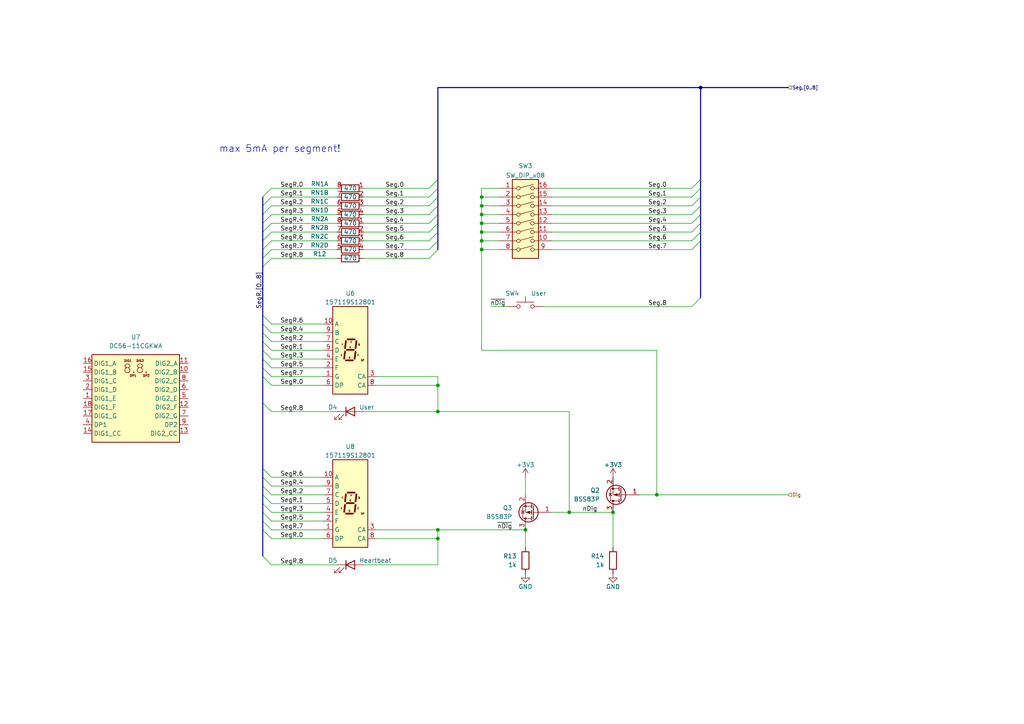
<source format=kicad_sch>
(kicad_sch (version 20211123) (generator eeschema)
  (paper "A4")
  (title_block (title "[canbrd] CAN/RS485 IO board") (date "2022-02-24") (rev "1.0"))
  (lib_symbols
    (symbol "Device:LED" (pin_numbers hide) (pin_names (offset 1.016) hide)
      (property "Reference" "D" (at 0 2.54 0))
      (property "Value" "LED" (at 0 -2.54 0))
      (symbol "LED_0_1"
        (polyline (pts (xy -1.27 -1.27) (xy -1.27 1.27)) (stroke (width 0.254)))
        (polyline (pts (xy -1.27 0) (xy 1.27 0)))
        (polyline (pts (xy 1.27 -1.27) (xy 1.27 1.27) (xy -1.27 0) (xy 1.27 -1.27)) (stroke (width 0.254)))
        (polyline (pts (xy -3.048 -0.762) (xy -4.572 -2.286) (xy -3.81 -2.286) (xy -4.572 -2.286) (xy -4.572 -1.524)))
        (polyline (pts (xy -1.778 -0.762) (xy -3.302 -2.286) (xy -2.54 -2.286) (xy -3.302 -2.286) (xy -3.302 -1.524)))
      )
      (symbol "LED_1_1"
        (pin passive line (at -3.81 0 0) (length 2.54) (name "K") (number "1"))
        (pin passive line (at 3.81 0 180) (length 2.54) (name "A") (number "2"))
      )
    )
    (symbol "Device:R" (pin_numbers hide) (pin_names (offset 0))
      (property "Reference" "R" (at 2.032 0 90))
      (property "Value" "R" (at 0 0 90))
      (symbol "R_0_1"
        (rectangle (start -1.016 -2.54) (end 1.016 2.54) (stroke (width 0.254)))
      )
      (symbol "R_1_1"
        (pin passive line (at 0 3.81 270) (length 1.27) (name "~") (number "1"))
        (pin passive line (at 0 -3.81 90) (length 1.27) (name "~") (number "2"))
      )
    )
    (symbol "Device:R_Pack04_Split" (pin_names (offset 0) hide)
      (property "Reference" "RN" (at 2.032 0 90))
      (property "Value" "R_Pack04_Split" (at 0 0 90))
      (symbol "R_Pack04_Split_0_1"
        (rectangle (start 1.016 2.54) (end -1.016 -2.54) (stroke (width 0.254)))
      )
      (symbol "R_Pack04_Split_1_1"
        (pin passive line (at 0 -3.81 90) (length 1.27) (name "R1.1") (number "1"))
        (pin passive line (at 0 3.81 270) (length 1.27) (name "R1.2") (number "8"))
      )
      (symbol "R_Pack04_Split_2_1"
        (pin passive line (at 0 -3.81 90) (length 1.27) (name "R2.1") (number "2"))
        (pin passive line (at 0 3.81 270) (length 1.27) (name "R2.2") (number "7"))
      )
      (symbol "R_Pack04_Split_3_1"
        (pin passive line (at 0 -3.81 90) (length 1.27) (name "R3.1") (number "3"))
        (pin passive line (at 0 3.81 270) (length 1.27) (name "R3.2") (number "6"))
      )
      (symbol "R_Pack04_Split_4_1"
        (pin passive line (at 0 -3.81 90) (length 1.27) (name "R4.1") (number "4"))
        (pin passive line (at 0 3.81 270) (length 1.27) (name "R4.2") (number "5"))
      )
    )
    (symbol "Display_Character:DC56-11CGKWA"
      (property "Reference" "U" (at -11.43 13.97 0))
      (property "Value" "DC56-11CGKWA" (at 12.065 13.97 0))
      (symbol "DC56-11CGKWA_0_0"
        (text "8.8." (at 0 8.636 0) (effects (font (size 2.54 2.54))))
        (text "DIG1" (at -2.286 10.922 0) (effects (font (size 0.635 0.635))))
        (text "DIG2" (at 1.27 10.922 0) (effects (font (size 0.635 0.635))))
        (text "DP1" (at -0.762 6.604 0) (effects (font (size 0.635 0.635))))
        (text "DP2" (at 3.048 6.604 0) (effects (font (size 0.635 0.635))))
      )
      (symbol "DC56-11CGKWA_0_1"
        (rectangle (start -12.7 12.7) (end 12.7 -12.7) (stroke (width 0.254)) (fill (type background)))
      )
      (symbol "DC56-11CGKWA_1_1"
        (pin input line (at -15.24 0 0) (length 2.54) (name "DIG1_E") (number "1"))
        (pin input line (at 15.24 7.62 180) (length 2.54) (name "DIG2_B") (number "10"))
        (pin input line (at 15.24 10.16 180) (length 2.54) (name "DIG2_A") (number "11"))
        (pin input line (at 15.24 -2.54 180) (length 2.54) (name "DIG2_F") (number "12"))
        (pin input line (at 15.24 -10.16 180) (length 2.54) (name "DIG2_CC") (number "13"))
        (pin input line (at -15.24 -10.16 0) (length 2.54) (name "DIG1_CC") (number "14"))
        (pin input line (at -15.24 7.62 0) (length 2.54) (name "DIG1_B") (number "15"))
        (pin input line (at -15.24 10.16 0) (length 2.54) (name "DIG1_A") (number "16"))
        (pin input line (at -15.24 -5.08 0) (length 2.54) (name "DIG1_G") (number "17"))
        (pin input line (at -15.24 -2.54 0) (length 2.54) (name "DIG1_F") (number "18"))
        (pin input line (at -15.24 2.54 0) (length 2.54) (name "DIG1_D") (number "2"))
        (pin input line (at -15.24 5.08 0) (length 2.54) (name "DIG1_C") (number "3"))
        (pin input line (at -15.24 -7.62 0) (length 2.54) (name "DP1") (number "4"))
        (pin input line (at 15.24 0 180) (length 2.54) (name "DIG2_E") (number "5"))
        (pin input line (at 15.24 2.54 180) (length 2.54) (name "DIG2_D") (number "6"))
        (pin input line (at 15.24 -5.08 180) (length 2.54) (name "DIG2_G") (number "7"))
        (pin input line (at 15.24 5.08 180) (length 2.54) (name "DIG2_C") (number "8"))
        (pin input line (at 15.24 -7.62 180) (length 2.54) (name "DP2") (number "9"))
      )
    )
    (symbol "Display_Character:SA39-11EWA"
      (property "Reference" "U" (at -3.81 13.97 0))
      (property "Value" "SA39-11EWA" (at 6.35 13.97 0))
      (symbol "SA39-11EWA_1_0"
        (text "A" (at 0.254 2.413 0) (effects (font (size 0.508 0.508))))
        (text "B" (at 2.54 1.651 0) (effects (font (size 0.508 0.508))))
        (text "C" (at 2.286 -1.397 0) (effects (font (size 0.508 0.508))))
        (text "D" (at -0.254 -2.159 0) (effects (font (size 0.508 0.508))))
        (text "DP" (at 3.556 -2.921 0) (effects (font (size 0.508 0.508))))
        (text "E" (at -2.54 -1.397 0) (effects (font (size 0.508 0.508))))
        (text "F" (at -2.286 1.651 0) (effects (font (size 0.508 0.508))))
        (text "G" (at 0 0.889 0) (effects (font (size 0.508 0.508))))
      )
      (symbol "SA39-11EWA_1_1"
        (rectangle (start -5.08 12.7) (end 5.08 -12.7) (stroke (width 0.254)) (fill (type background)))
        (polyline (pts (xy -1.524 -0.381) (xy -1.778 -2.413)) (stroke (width 0.508)))
        (polyline (pts (xy -1.27 -2.921) (xy 0.762 -2.921)) (stroke (width 0.508)))
        (polyline (pts (xy -1.27 2.667) (xy -1.524 0.635)) (stroke (width 0.508)))
        (polyline (pts (xy -1.016 0.127) (xy 1.016 0.127)) (stroke (width 0.508)))
        (polyline (pts (xy -0.762 3.175) (xy 1.27 3.175)) (stroke (width 0.508)))
        (polyline (pts (xy 1.524 -0.381) (xy 1.27 -2.413)) (stroke (width 0.508)))
        (polyline (pts (xy 1.778 2.667) (xy 1.524 0.635)) (stroke (width 0.508)))
        (polyline (pts (xy 2.54 -2.921) (xy 2.54 -2.921)) (stroke (width 0.508)))
        (pin input line (at -7.62 -7.62 0) (length 2.54) (name "G") (number "1"))
        (pin input line (at -7.62 7.62 0) (length 2.54) (name "A") (number "10"))
        (pin input line (at -7.62 -5.08 0) (length 2.54) (name "F") (number "2"))
        (pin input line (at 7.62 -7.62 180) (length 2.54) (name "CA") (number "3"))
        (pin input line (at -7.62 -2.54 0) (length 2.54) (name "E") (number "4"))
        (pin input line (at -7.62 0 0) (length 2.54) (name "D") (number "5"))
        (pin input line (at -7.62 -10.16 0) (length 2.54) (name "DP") (number "6"))
        (pin input line (at -7.62 2.54 0) (length 2.54) (name "C") (number "7"))
        (pin input line (at 7.62 -10.16 180) (length 2.54) (name "CA") (number "8"))
        (pin input line (at -7.62 5.08 0) (length 2.54) (name "B") (number "9"))
      )
    )
    (symbol "Switch:SW_DIP_x08" (pin_names (offset 0) hide)
      (property "Reference" "SW" (at 0 13.97 0))
      (property "Value" "SW_DIP_x08" (at 0 -11.43 0))
      (symbol "SW_DIP_x08_0_0"
        (circle (center -2.032 -7.62) (radius 0.508))
        (circle (center -2.032 -5.08) (radius 0.508))
        (circle (center -2.032 -2.54) (radius 0.508))
        (circle (center -2.032 0) (radius 0.508))
        (circle (center -2.032 2.54) (radius 0.508))
        (circle (center -2.032 5.08) (radius 0.508))
        (circle (center -2.032 7.62) (radius 0.508))
        (circle (center -2.032 10.16) (radius 0.508))
        (polyline (pts (xy -1.524 -7.4676) (xy 2.3622 -6.4262)))
        (polyline (pts (xy -1.524 -4.9276) (xy 2.3622 -3.8862)))
        (polyline (pts (xy -1.524 -2.3876) (xy 2.3622 -1.3462)))
        (polyline (pts (xy -1.524 0.127) (xy 2.3622 1.1684)))
        (polyline (pts (xy -1.524 2.667) (xy 2.3622 3.7084)))
        (polyline (pts (xy -1.524 5.207) (xy 2.3622 6.2484)))
        (polyline (pts (xy -1.524 7.747) (xy 2.3622 8.7884)))
        (polyline (pts (xy -1.524 10.287) (xy 2.3622 11.3284)))
        (circle (center 2.032 -7.62) (radius 0.508))
        (circle (center 2.032 -5.08) (radius 0.508))
        (circle (center 2.032 -2.54) (radius 0.508))
        (circle (center 2.032 0) (radius 0.508))
        (circle (center 2.032 2.54) (radius 0.508))
        (circle (center 2.032 5.08) (radius 0.508))
        (circle (center 2.032 7.62) (radius 0.508))
        (circle (center 2.032 10.16) (radius 0.508))
      )
      (symbol "SW_DIP_x08_0_1"
        (rectangle (start -3.81 12.7) (end 3.81 -10.16) (stroke (width 0.254)) (fill (type background)))
      )
      (symbol "SW_DIP_x08_1_1"
        (pin passive line (at -7.62 10.16 0) (length 5.08) (name "~") (number "1"))
        (pin passive line (at 7.62 -5.08 180) (length 5.08) (name "~") (number "10"))
        (pin passive line (at 7.62 -2.54 180) (length 5.08) (name "~") (number "11"))
        (pin passive line (at 7.62 0 180) (length 5.08) (name "~") (number "12"))
        (pin passive line (at 7.62 2.54 180) (length 5.08) (name "~") (number "13"))
        (pin passive line (at 7.62 5.08 180) (length 5.08) (name "~") (number "14"))
        (pin passive line (at 7.62 7.62 180) (length 5.08) (name "~") (number "15"))
        (pin passive line (at 7.62 10.16 180) (length 5.08) (name "~") (number "16"))
        (pin passive line (at -7.62 7.62 0) (length 5.08) (name "~") (number "2"))
        (pin passive line (at -7.62 5.08 0) (length 5.08) (name "~") (number "3"))
        (pin passive line (at -7.62 2.54 0) (length 5.08) (name "~") (number "4"))
        (pin passive line (at -7.62 0 0) (length 5.08) (name "~") (number "5"))
        (pin passive line (at -7.62 -2.54 0) (length 5.08) (name "~") (number "6"))
        (pin passive line (at -7.62 -5.08 0) (length 5.08) (name "~") (number "7"))
        (pin passive line (at -7.62 -7.62 0) (length 5.08) (name "~") (number "8"))
        (pin passive line (at 7.62 -7.62 180) (length 5.08) (name "~") (number "9"))
      )
    )
    (symbol "Switch:SW_Push" (pin_numbers hide) (pin_names (offset 1.016) hide)
      (property "Reference" "SW" (at 1.27 2.54 0))
      (property "Value" "SW_Push" (at 0 -1.524 0))
      (symbol "SW_Push_0_1"
        (circle (center -2.032 0) (radius 0.508))
        (polyline (pts (xy 0 1.27) (xy 0 3.048)))
        (polyline (pts (xy 2.54 1.27) (xy -2.54 1.27)))
        (circle (center 2.032 0) (radius 0.508))
        (pin passive line (at -5.08 0 0) (length 2.54) (name "1") (number "1"))
        (pin passive line (at 5.08 0 180) (length 2.54) (name "2") (number "2"))
      )
    )
    (symbol "Transistor_FET:BSS83P" (pin_names hide)
      (property "Reference" "Q" (at 5.08 1.905 0))
      (property "Value" "BSS83P" (at 5.08 0 0))
      (symbol "BSS83P_0_1"
        (polyline (pts (xy 0.254 0) (xy -2.54 0)))
        (polyline (pts (xy 0.254 1.905) (xy 0.254 -1.905)) (stroke (width 0.254)))
        (polyline (pts (xy 0.762 -1.27) (xy 0.762 -2.286)) (stroke (width 0.254)))
        (polyline (pts (xy 0.762 0.508) (xy 0.762 -0.508)) (stroke (width 0.254)))
        (polyline (pts (xy 0.762 2.286) (xy 0.762 1.27)) (stroke (width 0.254)))
        (polyline (pts (xy 2.54 2.54) (xy 2.54 1.778)))
        (polyline (pts (xy 2.54 -2.54) (xy 2.54 0) (xy 0.762 0)))
        (polyline (pts (xy 0.762 1.778) (xy 3.302 1.778) (xy 3.302 -1.778) (xy 0.762 -1.778)))
        (polyline (pts (xy 2.286 0) (xy 1.27 0.381) (xy 1.27 -0.381) (xy 2.286 0)) (fill (type outline)))
        (polyline (pts (xy 2.794 -0.508) (xy 2.921 -0.381) (xy 3.683 -0.381) (xy 3.81 -0.254)))
        (polyline (pts (xy 3.302 -0.381) (xy 2.921 0.254) (xy 3.683 0.254) (xy 3.302 -0.381)))
        (circle (center 1.651 0) (radius 2.794) (stroke (width 0.254)))
        (circle (center 2.54 -1.778) (radius 0.254) (fill (type outline)))
        (circle (center 2.54 1.778) (radius 0.254) (fill (type outline)))
      )
      (symbol "BSS83P_1_1"
        (pin input line (at -5.08 0 0) (length 2.54) (name "G") (number "1"))
        (pin passive line (at 2.54 -5.08 90) (length 2.54) (name "S") (number "2"))
        (pin passive line (at 2.54 5.08 270) (length 2.54) (name "D") (number "3"))
      )
    )
    (symbol "power:+3.3V" (power) (pin_names (offset 0))
      (property "Value" "+3.3V" (at 0 3.556 0))
      (symbol "+3.3V_0_1"
        (polyline (pts (xy -0.762 1.27) (xy 0 2.54)))
        (polyline (pts (xy 0 0) (xy 0 2.54)))
        (polyline (pts (xy 0 2.54) (xy 0.762 1.27)))
      )
      (symbol "+3.3V_1_1"
        (pin power_in line (at 0 0 90) (length 0) hide (name "+3V3") (number "1"))
      )
    )
    (symbol "power:GND" (power) (pin_names (offset 0))
      (property "Value" "GND" (at 0 -3.81 0))
      (symbol "GND_0_1"
        (polyline (pts (xy 0 0) (xy 0 -1.27) (xy 1.27 -1.27) (xy 0 -2.54) (xy -1.27 -1.27) (xy 0 -1.27)))
      )
      (symbol "GND_1_1"
        (pin power_in line (at 0 0 270) (length 0) hide (name "GND") (number "1"))
      )
    )
  )
  (junction (at 139.7 62.23))
  (junction (at 152.4 153.67))
  (junction (at 127 111.76))
  (junction (at 139.7 69.85))
  (junction (at 139.7 67.31))
  (junction (at 127 153.67))
  (junction (at 127 119.38))
  (junction (at 139.7 57.15))
  (junction (at 139.7 64.77))
  (junction (at 177.8 148.59))
  (junction (at 203.2 25.4))
  (junction (at 165.1 148.59))
  (junction (at 139.7 72.39))
  (junction (at 127 156.21))
  (junction (at 190.5 143.51))
  (junction (at 139.7 59.69))
  (bus_entry (at 127 69.85) (size -2.54 2.54))
  (bus_entry (at 76.2 72.39) (size 2.54 -2.54))
  (bus_entry (at 203.2 54.61) (size -2.54 2.54))
  (bus_entry (at 76.2 153.67) (size 2.54 2.54))
  (bus_entry (at 76.2 96.52) (size 2.54 2.54))
  (bus_entry (at 76.2 104.14) (size 2.54 2.54))
  (bus_entry (at 76.2 74.93) (size 2.54 -2.54))
  (bus_entry (at 76.2 67.31) (size 2.54 -2.54))
  (bus_entry (at 76.2 151.13) (size 2.54 2.54))
  (bus_entry (at 203.2 69.85) (size -2.54 2.54))
  (bus_entry (at 203.2 57.15) (size -2.54 2.54))
  (bus_entry (at 203.2 52.07) (size -2.54 2.54))
  (bus_entry (at 203.2 67.31) (size -2.54 2.54))
  (bus_entry (at 76.2 106.68) (size 2.54 2.54))
  (bus_entry (at 76.2 99.06) (size 2.54 2.54))
  (bus_entry (at 76.2 64.77) (size 2.54 -2.54))
  (bus_entry (at 127 59.69) (size -2.54 2.54))
  (bus_entry (at 203.2 62.23) (size -2.54 2.54))
  (bus_entry (at 127 64.77) (size -2.54 2.54))
  (bus_entry (at 76.2 148.59) (size 2.54 2.54))
  (bus_entry (at 76.2 77.47) (size 2.54 -2.54))
  (bus_entry (at 76.2 59.69) (size 2.54 -2.54))
  (bus_entry (at 203.2 86.36) (size -2.54 2.54))
  (bus_entry (at 203.2 59.69) (size -2.54 2.54))
  (bus_entry (at 76.2 91.44) (size 2.54 2.54))
  (bus_entry (at 76.2 93.98) (size 2.54 2.54))
  (bus_entry (at 76.2 57.15) (size 2.54 -2.54))
  (bus_entry (at 127 72.39) (size -2.54 2.54))
  (bus_entry (at 76.2 146.05) (size 2.54 2.54))
  (bus_entry (at 127 67.31) (size -2.54 2.54))
  (bus_entry (at 76.2 69.85) (size 2.54 -2.54))
  (bus_entry (at 76.2 161.29) (size 2.54 2.54))
  (bus_entry (at 127 57.15) (size -2.54 2.54))
  (bus_entry (at 127 52.07) (size -2.54 2.54))
  (bus_entry (at 76.2 140.97) (size 2.54 2.54))
  (bus_entry (at 127 54.61) (size -2.54 2.54))
  (bus_entry (at 76.2 143.51) (size 2.54 2.54))
  (bus_entry (at 203.2 64.77) (size -2.54 2.54))
  (bus_entry (at 76.2 138.43) (size 2.54 2.54))
  (bus_entry (at 76.2 135.89) (size 2.54 2.54))
  (bus_entry (at 76.2 101.6) (size 2.54 2.54))
  (bus_entry (at 76.2 62.23) (size 2.54 -2.54))
  (bus_entry (at 127 62.23) (size -2.54 2.54))
  (bus_entry (at 76.2 116.84) (size 2.54 2.54))
  (bus_entry (at 76.2 109.22) (size 2.54 2.54))
  (wire (pts (xy 109.22 153.67) (xy 127 153.67)))
  (bus (pts (xy 203.2 54.61) (xy 203.2 57.15)))
  (wire (pts (xy 127 156.21) (xy 127 163.83)))
  (bus (pts (xy 76.2 146.05) (xy 76.2 148.59)))
  (bus (pts (xy 76.2 138.43) (xy 76.2 140.97)))
  (wire (pts (xy 78.74 119.38) (xy 97.79 119.38)))
  (wire (pts (xy 160.02 69.85) (xy 200.66 69.85)))
  (wire (pts (xy 78.74 146.05) (xy 93.98 146.05)))
  (wire (pts (xy 160.02 67.31) (xy 200.66 67.31)))
  (wire (pts (xy 160.02 57.15) (xy 200.66 57.15)))
  (bus (pts (xy 76.2 74.93) (xy 76.2 77.47)))
  (wire (pts (xy 78.74 156.21) (xy 93.98 156.21)))
  (bus (pts (xy 76.2 93.98) (xy 76.2 96.52)))
  (bus (pts (xy 127 67.31) (xy 127 69.85)))
  (wire (pts (xy 78.74 109.22) (xy 93.98 109.22)))
  (wire (pts (xy 78.74 143.51) (xy 93.98 143.51)))
  (wire (pts (xy 139.7 69.85) (xy 144.78 69.85)))
  (wire (pts (xy 78.74 59.69) (xy 97.79 59.69)))
  (bus (pts (xy 127 69.85) (xy 127 72.39)))
  (wire (pts (xy 139.7 72.39) (xy 139.7 101.6)))
  (wire (pts (xy 109.22 111.76) (xy 127 111.76)))
  (wire (pts (xy 105.41 119.38) (xy 127 119.38)))
  (wire (pts (xy 139.7 67.31) (xy 139.7 69.85)))
  (wire (pts (xy 144.78 54.61) (xy 139.7 54.61)))
  (wire (pts (xy 78.74 67.31) (xy 97.79 67.31)))
  (bus (pts (xy 76.2 151.13) (xy 76.2 153.67)))
  (wire (pts (xy 127 109.22) (xy 127 111.76)))
  (wire (pts (xy 152.4 153.67) (xy 127 153.67)))
  (wire (pts (xy 139.7 57.15) (xy 144.78 57.15)))
  (wire (pts (xy 160.02 148.59) (xy 165.1 148.59)))
  (wire (pts (xy 190.5 143.51) (xy 190.5 101.6)))
  (wire (pts (xy 78.74 101.6) (xy 93.98 101.6)))
  (wire (pts (xy 127 153.67) (xy 127 156.21)))
  (wire (pts (xy 78.74 140.97) (xy 93.98 140.97)))
  (wire (pts (xy 78.74 74.93) (xy 97.79 74.93)))
  (bus (pts (xy 76.2 72.39) (xy 76.2 74.93)))
  (bus (pts (xy 76.2 59.69) (xy 76.2 62.23)))
  (wire (pts (xy 139.7 59.69) (xy 139.7 62.23)))
  (wire (pts (xy 142.24 88.9) (xy 147.32 88.9)))
  (wire (pts (xy 139.7 67.31) (xy 144.78 67.31)))
  (bus (pts (xy 76.2 67.31) (xy 76.2 69.85)))
  (bus (pts (xy 76.2 140.97) (xy 76.2 143.51)))
  (wire (pts (xy 78.74 69.85) (xy 97.79 69.85)))
  (wire (pts (xy 160.02 59.69) (xy 200.66 59.69)))
  (wire (pts (xy 160.02 64.77) (xy 200.66 64.77)))
  (wire (pts (xy 105.41 57.15) (xy 124.46 57.15)))
  (wire (pts (xy 177.8 148.59) (xy 177.8 158.75)))
  (wire (pts (xy 105.41 67.31) (xy 124.46 67.31)))
  (wire (pts (xy 139.7 64.77) (xy 139.7 67.31)))
  (wire (pts (xy 78.74 64.77) (xy 97.79 64.77)))
  (wire (pts (xy 160.02 54.61) (xy 200.66 54.61)))
  (bus (pts (xy 203.2 59.69) (xy 203.2 62.23)))
  (wire (pts (xy 165.1 148.59) (xy 165.1 119.38)))
  (wire (pts (xy 105.41 59.69) (xy 124.46 59.69)))
  (bus (pts (xy 127 57.15) (xy 127 59.69)))
  (bus (pts (xy 76.2 69.85) (xy 76.2 72.39)))
  (bus (pts (xy 127 59.69) (xy 127 62.23)))
  (wire (pts (xy 109.22 109.22) (xy 127 109.22)))
  (wire (pts (xy 139.7 62.23) (xy 139.7 64.77)))
  (wire (pts (xy 105.41 74.93) (xy 124.46 74.93)))
  (wire (pts (xy 160.02 72.39) (xy 200.66 72.39)))
  (bus (pts (xy 76.2 135.89) (xy 76.2 138.43)))
  (bus (pts (xy 76.2 91.44) (xy 76.2 93.98)))
  (wire (pts (xy 105.41 163.83) (xy 127 163.83)))
  (wire (pts (xy 139.7 54.61) (xy 139.7 57.15)))
  (bus (pts (xy 76.2 96.52) (xy 76.2 99.06)))
  (bus (pts (xy 76.2 104.14) (xy 76.2 106.68)))
  (bus (pts (xy 76.2 77.47) (xy 76.2 91.44)))
  (bus (pts (xy 76.2 62.23) (xy 76.2 64.77)))
  (wire (pts (xy 78.74 106.68) (xy 93.98 106.68)))
  (bus (pts (xy 127 62.23) (xy 127 64.77)))
  (wire (pts (xy 228.6 143.51) (xy 190.5 143.51)))
  (bus (pts (xy 76.2 106.68) (xy 76.2 109.22)))
  (wire (pts (xy 78.74 96.52) (xy 93.98 96.52)))
  (wire (pts (xy 127 111.76) (xy 127 119.38)))
  (bus (pts (xy 76.2 57.15) (xy 76.2 59.69)))
  (wire (pts (xy 78.74 93.98) (xy 93.98 93.98)))
  (wire (pts (xy 78.74 153.67) (xy 93.98 153.67)))
  (bus (pts (xy 76.2 148.59) (xy 76.2 151.13)))
  (wire (pts (xy 78.74 72.39) (xy 97.79 72.39)))
  (bus (pts (xy 127 52.07) (xy 127 54.61)))
  (bus (pts (xy 203.2 67.31) (xy 203.2 69.85)))
  (wire (pts (xy 165.1 148.59) (xy 177.8 148.59)))
  (bus (pts (xy 76.2 64.77) (xy 76.2 67.31)))
  (bus (pts (xy 76.2 99.06) (xy 76.2 101.6)))
  (wire (pts (xy 165.1 119.38) (xy 127 119.38)))
  (wire (pts (xy 78.74 62.23) (xy 97.79 62.23)))
  (bus (pts (xy 127 54.61) (xy 127 57.15)))
  (wire (pts (xy 105.41 64.77) (xy 124.46 64.77)))
  (wire (pts (xy 139.7 59.69) (xy 144.78 59.69)))
  (wire (pts (xy 160.02 62.23) (xy 200.66 62.23)))
  (bus (pts (xy 76.2 143.51) (xy 76.2 146.05)))
  (bus (pts (xy 127 64.77) (xy 127 67.31)))
  (wire (pts (xy 78.74 151.13) (xy 93.98 151.13)))
  (wire (pts (xy 139.7 64.77) (xy 144.78 64.77)))
  (wire (pts (xy 105.41 62.23) (xy 124.46 62.23)))
  (wire (pts (xy 78.74 104.14) (xy 93.98 104.14)))
  (bus (pts (xy 203.2 57.15) (xy 203.2 59.69)))
  (bus (pts (xy 76.2 153.67) (xy 76.2 161.29)))
  (bus (pts (xy 203.2 62.23) (xy 203.2 64.77)))
  (wire (pts (xy 190.5 101.6) (xy 139.7 101.6)))
  (bus (pts (xy 203.2 25.4) (xy 203.2 52.07)))
  (wire (pts (xy 78.74 138.43) (xy 93.98 138.43)))
  (wire (pts (xy 78.74 54.61) (xy 97.79 54.61)))
  (bus (pts (xy 76.2 101.6) (xy 76.2 104.14)))
  (wire (pts (xy 105.41 54.61) (xy 124.46 54.61)))
  (bus (pts (xy 203.2 69.85) (xy 203.2 86.36)))
  (wire (pts (xy 78.74 111.76) (xy 93.98 111.76)))
  (wire (pts (xy 157.48 88.9) (xy 200.66 88.9)))
  (bus (pts (xy 203.2 64.77) (xy 203.2 67.31)))
  (bus (pts (xy 127 25.4) (xy 203.2 25.4)))
  (wire (pts (xy 139.7 69.85) (xy 139.7 72.39)))
  (wire (pts (xy 139.7 62.23) (xy 144.78 62.23)))
  (wire (pts (xy 105.41 69.85) (xy 124.46 69.85)))
  (wire (pts (xy 78.74 99.06) (xy 93.98 99.06)))
  (wire (pts (xy 109.22 156.21) (xy 127 156.21)))
  (wire (pts (xy 185.42 143.51) (xy 190.5 143.51)))
  (wire (pts (xy 78.74 163.83) (xy 97.79 163.83)))
  (wire (pts (xy 152.4 138.43) (xy 152.4 143.51)))
  (wire (pts (xy 144.78 72.39) (xy 139.7 72.39)))
  (wire (pts (xy 152.4 153.67) (xy 152.4 158.75)))
  (bus (pts (xy 127 25.4) (xy 127 52.07)))
  (bus (pts (xy 203.2 52.07) (xy 203.2 54.61)))
  (bus (pts (xy 76.2 116.84) (xy 76.2 135.89)))
  (wire (pts (xy 139.7 57.15) (xy 139.7 59.69)))
  (bus (pts (xy 203.2 25.4) (xy 228.6 25.4)))
  (wire (pts (xy 78.74 148.59) (xy 93.98 148.59)))
  (bus (pts (xy 76.2 109.22) (xy 76.2 116.84)))
  (wire (pts (xy 105.41 72.39) (xy 124.46 72.39)))
  (wire (pts (xy 78.74 57.15) (xy 97.79 57.15)))
  (text "max 5mA per segment!" (at 63.5 44.45 0) (effects (font (size 2 2)) (justify left bottom)))
  (label "SegR.7" (at 81.28 109.22 0))
  (label "Seg.7" (at 111.76 72.39 0))
  (label "SegR.7" (at 81.28 153.67 0))
  (label "SegR.2" (at 81.28 99.06 0))
  (label "SegR.6" (at 81.28 138.43 0))
  (label "SegR.5" (at 81.28 151.13 0))
  (label "SegR.8" (at 81.28 74.93 0))
  (label "Seg.1" (at 187.96 57.15 0))
  (label "Seg.4" (at 187.96 64.77 0))
  (label "SegR.1" (at 81.28 101.6 0))
  (label "SegR.4" (at 81.28 64.77 0))
  (label "Seg.8" (at 111.76 74.93 0))
  (label "Seg.6" (at 111.76 69.85 0))
  (label "Seg.2" (at 187.96 59.69 0))
  (label "Seg.7" (at 187.96 72.39 0))
  (label "SegR.3" (at 81.28 62.23 0))
  (label "SegR.0" (at 81.28 111.76 0))
  (label "Seg.0" (at 111.76 54.61 0))
  (label "Seg.1" (at 111.76 57.15 0))
  (label "SegR.[0..8]" (at 76.2 78.74 270))
  (label "~{nDig}" (at 148.59 153.67 180))
  (label "SegR.6" (at 81.28 69.85 0))
  (label "SegR.7" (at 81.28 72.39 0))
  (label "Seg.0" (at 187.96 54.61 0))
  (label "Seg.5" (at 187.96 67.31 0))
  (label "SegR.8" (at 81.28 163.83 0))
  (label "SegR.8" (at 81.28 119.38 0))
  (label "Seg.6" (at 187.96 69.85 0))
  (label "SegR.2" (at 81.28 59.69 0))
  (label "SegR.3" (at 81.28 148.59 0))
  (label "Seg.8" (at 187.96 88.9 0))
  (label "Seg.2" (at 111.76 59.69 0))
  (label "SegR.1" (at 81.28 146.05 0))
  (label "Seg.4" (at 111.76 64.77 0))
  (label "Seg.5" (at 111.76 67.31 0))
  (label "SegR.4" (at 81.28 96.52 0))
  (label "SegR.0" (at 81.28 156.21 0))
  (label "SegR.4" (at 81.28 140.97 0))
  (label "SegR.2" (at 81.28 143.51 0))
  (label "SegR.1" (at 81.28 57.15 0))
  (label "Seg.3" (at 187.96 62.23 0))
  (label "SegR.3" (at 81.28 104.14 0))
  (label "nDig" (at 168.91 148.59 0))
  (label "SegR.6" (at 81.28 93.98 0))
  (label "SegR.5" (at 81.28 67.31 0))
  (label "SegR.5" (at 81.28 106.68 0))
  (label "~{nDig}" (at 142.24 88.9 0))
  (label "Seg.3" (at 111.76 62.23 0))
  (label "SegR.0" (at 81.28 54.61 0))
  (hierarchical_label "Seg.[0..8]" (shape input) (at 228.6 25.4 0) (effects (font (size 1 1))))
  (hierarchical_label "Dig" (shape input) (at 228.6 143.51 0) (effects (font (size 1 1))))
  (symbol (lib_id "Device:R_Pack04_Split") (at 101.6 62.23 90) (unit 4)
    (property "Reference" "RN1" (at 92.71 60.96 90))
    (property "Value" "470" (at 101.6 62.23 90))
    (property "Footprint" "Resistor_SMD:R_Array_Convex_4x0603" (effects hide))
  )
  (symbol (lib_id "power:+3.3V") (at 177.8 138.43 0) (mirror y) (unit 1)
    (property "Reference" "#PWR052" (effects hide))
    (property "Value" "+3.3V" (at 177.8 134.8255 0))
  )
  (symbol (lib_id "Display_Character:DC56-11CGKWA") (at 39.37 115.57 0) (unit 1)
    (property "Reference" "U7" (at 39.37 97.79 0))
    (property "Value" "DC56-11CGKWA" (at 39.37 100.33 0))
    (property "Footprint" "Display_7Segment:DA56-11CGKWA" (effects hide))
    (property "Datasheet" "http://www.kingbright.com/attachments/file/psearch/000/00/00/DC56-11CGKWA(Ver.7A).pdf" (effects hide))
  )
  (symbol (lib_id "Device:R") (at 177.8 162.56 0) (mirror y) (unit 1)
    (property "Reference" "R14" (at 175.26 161.29 0) (effects (justify left)))
    (property "Value" "1k" (at 175.26 163.83 0) (effects (justify left)))
    (property "Footprint" "Resistor_SMD:R_0603_1608Metric" (effects hide))
  )
  (symbol (lib_id "Device:LED") (at 101.6 163.83 0) (unit 1)
    (property "Reference" "D5" (at 96.52 162.56 0))
    (property "Value" "Heartbeat" (at 104.14 162.56 0) (effects (justify left)))
    (property "Footprint" "LED_SMD:LED_0805_2012Metric" (effects hide))
  )
  (symbol (lib_id "Device:R_Pack04_Split") (at 101.6 64.77 90) (unit 1)
    (property "Reference" "RN2" (at 92.71 63.5 90))
    (property "Value" "470" (at 101.6 64.77 90))
    (property "Footprint" "Resistor_SMD:R_Array_Convex_4x0603" (effects hide))
  )
  (symbol (lib_id "Transistor_FET:BSS83P") (at 180.34 143.51 180) (unit 1)
    (property "Reference" "Q2" (at 173.99 142.2399 0) (effects (justify left)))
    (property "Value" "BSS83P" (at 173.99 144.7799 0) (effects (justify left)))
    (property "Footprint" "Package_TO_SOT_SMD:SOT-23" (effects hide))
    (property "Datasheet" "http://www.farnell.com/datasheets/1835997.pdf" (effects hide))
  )
  (symbol (lib_id "power:GND") (at 177.8 166.37 0) (mirror y) (unit 1)
    (property "Reference" "#PWR054" (effects hide))
    (property "Value" "GND" (at 177.8 170.18 0))
  )
  (symbol (lib_id "Device:R_Pack04_Split") (at 101.6 54.61 90) (unit 1)
    (property "Reference" "RN1" (at 92.71 53.34 90))
    (property "Value" "470" (at 101.6 54.61 90))
    (property "Footprint" "Resistor_SMD:R_Array_Convex_4x0603" (effects hide))
  )
  (symbol (lib_id "Device:R_Pack04_Split") (at 101.6 67.31 90) (unit 2)
    (property "Reference" "RN2" (at 92.71 66.04 90))
    (property "Value" "470" (at 101.6 67.31 90))
    (property "Footprint" "Resistor_SMD:R_Array_Convex_4x0603" (effects hide))
  )
  (symbol (lib_id "Switch:SW_DIP_x08") (at 152.4 64.77 0) (unit 1)
    (property "Reference" "SW3" (at 152.4 48.1035 0))
    (property "Value" "SW_DIP_x08" (at 152.4 50.8786 0))
    (property "Footprint" "Button_Switch_SMD:SW_DIP_SPSTx08_Slide_KingTek_DSHP08TS_W7.62mm_P1.27mm" (effects hide))
  )
  (symbol (lib_id "Display_Character:SA39-11EWA") (at 101.6 101.6 0) (unit 1)
    (property "Reference" "U6" (at 101.6 85.09 0))
    (property "Value" "157119S12801" (at 101.6 87.63 0))
    (property "Footprint" "Display_7Segment:Sx39-1xxxxx" (effects hide))
    (property "Datasheet" "http://www.kingbrightusa.com/images/catalog/SPEC/sa39-11ewa.pdf" (effects hide))
  )
  (symbol (lib_id "Device:R_Pack04_Split") (at 101.6 69.85 90) (unit 3)
    (property "Reference" "RN2" (at 92.71 68.58 90))
    (property "Value" "470" (at 101.6 69.85 90))
    (property "Footprint" "Resistor_SMD:R_Array_Convex_4x0603" (effects hide))
  )
  (symbol (lib_id "power:+3.3V") (at 152.4 138.43 0) (mirror y) (unit 1)
    (property "Reference" "#PWR051" (effects hide))
    (property "Value" "+3.3V" (at 152.4 134.8255 0))
  )
  (symbol (lib_id "Display_Character:SA39-11EWA") (at 101.6 146.05 0) (unit 1)
    (property "Reference" "U8" (at 101.6 129.54 0))
    (property "Value" "157119S12801" (at 101.6 132.08 0))
    (property "Footprint" "Display_7Segment:Sx39-1xxxxx" (effects hide))
    (property "Datasheet" "http://www.kingbrightusa.com/images/catalog/SPEC/sa39-11ewa.pdf" (effects hide))
  )
  (symbol (lib_id "Device:R") (at 101.6 74.93 90) (unit 1)
    (property "Reference" "R12" (at 92.71 73.66 90))
    (property "Value" "470" (at 101.6 74.93 90))
    (property "Footprint" "Resistor_SMD:R_0603_1608Metric" (effects hide))
  )
  (symbol (lib_id "Transistor_FET:BSS83P") (at 154.94 148.59 180) (unit 1)
    (property "Reference" "Q3" (at 148.59 147.3199 0) (effects (justify left)))
    (property "Value" "BSS83P" (at 148.59 149.8599 0) (effects (justify left)))
    (property "Footprint" "Package_TO_SOT_SMD:SOT-23" (effects hide))
    (property "Datasheet" "http://www.farnell.com/datasheets/1835997.pdf" (effects hide))
  )
  (symbol (lib_id "Switch:SW_Push") (at 152.4 88.9 0) (unit 1)
    (property "Reference" "SW4" (at 148.59 85.09 0))
    (property "Value" "User" (at 156.21 85.09 0))
    (property "Footprint" "PTS815-SJ:PTS815-SJ" (effects hide))
  )
  (symbol (lib_id "Device:R_Pack04_Split") (at 101.6 57.15 90) (unit 2)
    (property "Reference" "RN1" (at 92.71 55.88 90))
    (property "Value" "470" (at 101.6 57.15 90))
    (property "Footprint" "Resistor_SMD:R_Array_Convex_4x0603" (effects hide))
  )
  (symbol (lib_id "Device:R_Pack04_Split") (at 101.6 72.39 90) (unit 4)
    (property "Reference" "RN2" (at 92.71 71.12 90))
    (property "Value" "470" (at 101.6 72.39 90))
    (property "Footprint" "Resistor_SMD:R_Array_Convex_4x0603" (effects hide))
  )
  (symbol (lib_id "power:GND") (at 152.4 166.37 0) (mirror y) (unit 1)
    (property "Reference" "#PWR053" (effects hide))
    (property "Value" "GND" (at 152.4 170.18 0))
  )
  (symbol (lib_id "Device:R") (at 152.4 162.56 0) (mirror y) (unit 1)
    (property "Reference" "R13" (at 149.86 161.29 0) (effects (justify left)))
    (property "Value" "1k" (at 149.86 163.83 0) (effects (justify left)))
    (property "Footprint" "Resistor_SMD:R_0603_1608Metric" (effects hide))
  )
  (symbol (lib_id "Device:LED") (at 101.6 119.38 0) (unit 1)
    (property "Reference" "D4" (at 96.52 118.11 0))
    (property "Value" "User" (at 104.14 118.11 0) (effects (justify left)))
    (property "Footprint" "LED_SMD:LED_0805_2012Metric" (effects hide))
  )
  (symbol (lib_id "Device:R_Pack04_Split") (at 101.6 59.69 90) (unit 3)
    (property "Reference" "RN1" (at 92.71 58.42 90))
    (property "Value" "470" (at 101.6 59.69 90))
    (property "Footprint" "Resistor_SMD:R_Array_Convex_4x0603" (effects hide))
  )
)
</source>
